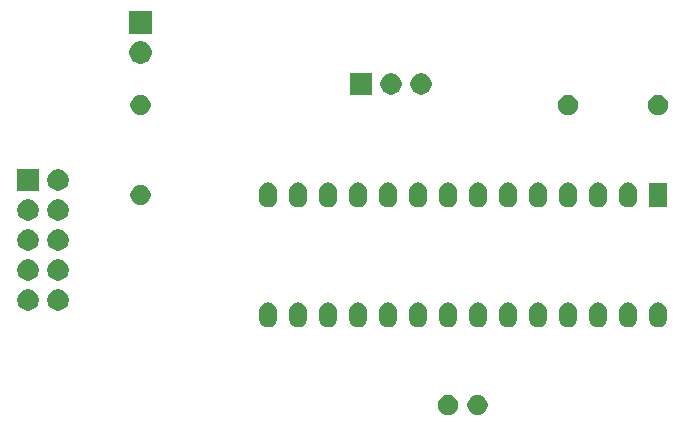
<source format=gbr>
%TF.GenerationSoftware,KiCad,Pcbnew,5.1.6-c6e7f7d~86~ubuntu18.04.1*%
%TF.CreationDate,2020-05-25T18:44:13+02:00*%
%TF.ProjectId,atmega_prog_adapter_v3,61746d65-6761-45f7-9072-6f675f616461,1.0*%
%TF.SameCoordinates,PX59a0560PY76b1be0*%
%TF.FileFunction,Soldermask,Top*%
%TF.FilePolarity,Negative*%
%FSLAX46Y46*%
G04 Gerber Fmt 4.6, Leading zero omitted, Abs format (unit mm)*
G04 Created by KiCad (PCBNEW 5.1.6-c6e7f7d~86~ubuntu18.04.1) date 2020-05-25 18:44:13*
%MOMM*%
%LPD*%
G01*
G04 APERTURE LIST*
%ADD10C,0.150000*%
G04 APERTURE END LIST*
D10*
G36*
X45928228Y5898297D02*
G01*
X46083100Y5834147D01*
X46222481Y5741015D01*
X46341015Y5622481D01*
X46434147Y5483100D01*
X46498297Y5328228D01*
X46531000Y5163816D01*
X46531000Y4996184D01*
X46498297Y4831772D01*
X46434147Y4676900D01*
X46341015Y4537519D01*
X46222481Y4418985D01*
X46083100Y4325853D01*
X45928228Y4261703D01*
X45763816Y4229000D01*
X45596184Y4229000D01*
X45431772Y4261703D01*
X45276900Y4325853D01*
X45137519Y4418985D01*
X45018985Y4537519D01*
X44925853Y4676900D01*
X44861703Y4831772D01*
X44829000Y4996184D01*
X44829000Y5163816D01*
X44861703Y5328228D01*
X44925853Y5483100D01*
X45018985Y5622481D01*
X45137519Y5741015D01*
X45276900Y5834147D01*
X45431772Y5898297D01*
X45596184Y5931000D01*
X45763816Y5931000D01*
X45928228Y5898297D01*
G37*
G36*
X43428228Y5898297D02*
G01*
X43583100Y5834147D01*
X43722481Y5741015D01*
X43841015Y5622481D01*
X43934147Y5483100D01*
X43998297Y5328228D01*
X44031000Y5163816D01*
X44031000Y4996184D01*
X43998297Y4831772D01*
X43934147Y4676900D01*
X43841015Y4537519D01*
X43722481Y4418985D01*
X43583100Y4325853D01*
X43428228Y4261703D01*
X43263816Y4229000D01*
X43096184Y4229000D01*
X42931772Y4261703D01*
X42776900Y4325853D01*
X42637519Y4418985D01*
X42518985Y4537519D01*
X42425853Y4676900D01*
X42361703Y4831772D01*
X42329000Y4996184D01*
X42329000Y5163816D01*
X42361703Y5328228D01*
X42425853Y5483100D01*
X42518985Y5622481D01*
X42637519Y5741015D01*
X42776900Y5834147D01*
X42931772Y5898297D01*
X43096184Y5931000D01*
X43263816Y5931000D01*
X43428228Y5898297D01*
G37*
G36*
X33171142Y13739844D02*
G01*
X33316476Y13695757D01*
X33316479Y13695756D01*
X33450416Y13624165D01*
X33567817Y13527817D01*
X33664165Y13410416D01*
X33735756Y13276479D01*
X33735757Y13276476D01*
X33779844Y13131142D01*
X33791000Y13017872D01*
X33791000Y12382128D01*
X33779844Y12268858D01*
X33735757Y12123525D01*
X33735756Y12123521D01*
X33664165Y11989584D01*
X33664164Y11989583D01*
X33567817Y11872183D01*
X33468268Y11790486D01*
X33450415Y11775835D01*
X33316478Y11704244D01*
X33316475Y11704243D01*
X33171141Y11660156D01*
X33020000Y11645270D01*
X32868858Y11660156D01*
X32723524Y11704243D01*
X32723521Y11704244D01*
X32589584Y11775835D01*
X32568531Y11793113D01*
X32472183Y11872183D01*
X32375836Y11989584D01*
X32304245Y12123521D01*
X32304244Y12123522D01*
X32304243Y12123525D01*
X32260156Y12268859D01*
X32249000Y12382129D01*
X32249000Y13017872D01*
X32260156Y13131142D01*
X32289547Y13228031D01*
X32304243Y13276477D01*
X32375837Y13410418D01*
X32472184Y13527817D01*
X32589585Y13624165D01*
X32723522Y13695756D01*
X32723525Y13695757D01*
X32868859Y13739844D01*
X33020000Y13754730D01*
X33171142Y13739844D01*
G37*
G36*
X38251142Y13739844D02*
G01*
X38396476Y13695757D01*
X38396479Y13695756D01*
X38530416Y13624165D01*
X38647817Y13527817D01*
X38744165Y13410416D01*
X38815756Y13276479D01*
X38815757Y13276476D01*
X38859844Y13131142D01*
X38871000Y13017872D01*
X38871000Y12382128D01*
X38859844Y12268858D01*
X38815757Y12123525D01*
X38815756Y12123521D01*
X38744165Y11989584D01*
X38744164Y11989583D01*
X38647817Y11872183D01*
X38548268Y11790486D01*
X38530415Y11775835D01*
X38396478Y11704244D01*
X38396475Y11704243D01*
X38251141Y11660156D01*
X38100000Y11645270D01*
X37948858Y11660156D01*
X37803524Y11704243D01*
X37803521Y11704244D01*
X37669584Y11775835D01*
X37648531Y11793113D01*
X37552183Y11872183D01*
X37455836Y11989584D01*
X37384245Y12123521D01*
X37384244Y12123522D01*
X37384243Y12123525D01*
X37340156Y12268859D01*
X37329000Y12382129D01*
X37329000Y13017872D01*
X37340156Y13131142D01*
X37369547Y13228031D01*
X37384243Y13276477D01*
X37455837Y13410418D01*
X37552184Y13527817D01*
X37669585Y13624165D01*
X37803522Y13695756D01*
X37803525Y13695757D01*
X37948859Y13739844D01*
X38100000Y13754730D01*
X38251142Y13739844D01*
G37*
G36*
X40791142Y13739844D02*
G01*
X40936476Y13695757D01*
X40936479Y13695756D01*
X41070416Y13624165D01*
X41187817Y13527817D01*
X41284165Y13410416D01*
X41355756Y13276479D01*
X41355757Y13276476D01*
X41399844Y13131142D01*
X41411000Y13017872D01*
X41411000Y12382128D01*
X41399844Y12268858D01*
X41355757Y12123525D01*
X41355756Y12123521D01*
X41284165Y11989584D01*
X41284164Y11989583D01*
X41187817Y11872183D01*
X41088268Y11790486D01*
X41070415Y11775835D01*
X40936478Y11704244D01*
X40936475Y11704243D01*
X40791141Y11660156D01*
X40640000Y11645270D01*
X40488858Y11660156D01*
X40343524Y11704243D01*
X40343521Y11704244D01*
X40209584Y11775835D01*
X40188531Y11793113D01*
X40092183Y11872183D01*
X39995836Y11989584D01*
X39924245Y12123521D01*
X39924244Y12123522D01*
X39924243Y12123525D01*
X39880156Y12268859D01*
X39869000Y12382129D01*
X39869000Y13017872D01*
X39880156Y13131142D01*
X39909547Y13228031D01*
X39924243Y13276477D01*
X39995837Y13410418D01*
X40092184Y13527817D01*
X40209585Y13624165D01*
X40343522Y13695756D01*
X40343525Y13695757D01*
X40488859Y13739844D01*
X40640000Y13754730D01*
X40791142Y13739844D01*
G37*
G36*
X43331142Y13739844D02*
G01*
X43476476Y13695757D01*
X43476479Y13695756D01*
X43610416Y13624165D01*
X43727817Y13527817D01*
X43824165Y13410416D01*
X43895756Y13276479D01*
X43895757Y13276476D01*
X43939844Y13131142D01*
X43951000Y13017872D01*
X43951000Y12382128D01*
X43939844Y12268858D01*
X43895757Y12123525D01*
X43895756Y12123521D01*
X43824165Y11989584D01*
X43824164Y11989583D01*
X43727817Y11872183D01*
X43628268Y11790486D01*
X43610415Y11775835D01*
X43476478Y11704244D01*
X43476475Y11704243D01*
X43331141Y11660156D01*
X43180000Y11645270D01*
X43028858Y11660156D01*
X42883524Y11704243D01*
X42883521Y11704244D01*
X42749584Y11775835D01*
X42728531Y11793113D01*
X42632183Y11872183D01*
X42535836Y11989584D01*
X42464245Y12123521D01*
X42464244Y12123522D01*
X42464243Y12123525D01*
X42420156Y12268859D01*
X42409000Y12382129D01*
X42409000Y13017872D01*
X42420156Y13131142D01*
X42449547Y13228031D01*
X42464243Y13276477D01*
X42535837Y13410418D01*
X42632184Y13527817D01*
X42749585Y13624165D01*
X42883522Y13695756D01*
X42883525Y13695757D01*
X43028859Y13739844D01*
X43180000Y13754730D01*
X43331142Y13739844D01*
G37*
G36*
X35711142Y13739844D02*
G01*
X35856476Y13695757D01*
X35856479Y13695756D01*
X35990416Y13624165D01*
X36107817Y13527817D01*
X36204165Y13410416D01*
X36275756Y13276479D01*
X36275757Y13276476D01*
X36319844Y13131142D01*
X36331000Y13017872D01*
X36331000Y12382128D01*
X36319844Y12268858D01*
X36275757Y12123525D01*
X36275756Y12123521D01*
X36204165Y11989584D01*
X36204164Y11989583D01*
X36107817Y11872183D01*
X36008268Y11790486D01*
X35990415Y11775835D01*
X35856478Y11704244D01*
X35856475Y11704243D01*
X35711141Y11660156D01*
X35560000Y11645270D01*
X35408858Y11660156D01*
X35263524Y11704243D01*
X35263521Y11704244D01*
X35129584Y11775835D01*
X35108531Y11793113D01*
X35012183Y11872183D01*
X34915836Y11989584D01*
X34844245Y12123521D01*
X34844244Y12123522D01*
X34844243Y12123525D01*
X34800156Y12268859D01*
X34789000Y12382129D01*
X34789000Y13017872D01*
X34800156Y13131142D01*
X34829547Y13228031D01*
X34844243Y13276477D01*
X34915837Y13410418D01*
X35012184Y13527817D01*
X35129585Y13624165D01*
X35263522Y13695756D01*
X35263525Y13695757D01*
X35408859Y13739844D01*
X35560000Y13754730D01*
X35711142Y13739844D01*
G37*
G36*
X45871142Y13739844D02*
G01*
X46016476Y13695757D01*
X46016479Y13695756D01*
X46150416Y13624165D01*
X46267817Y13527817D01*
X46364165Y13410416D01*
X46435756Y13276479D01*
X46435757Y13276476D01*
X46479844Y13131142D01*
X46491000Y13017872D01*
X46491000Y12382128D01*
X46479844Y12268858D01*
X46435757Y12123525D01*
X46435756Y12123521D01*
X46364165Y11989584D01*
X46364164Y11989583D01*
X46267817Y11872183D01*
X46168268Y11790486D01*
X46150415Y11775835D01*
X46016478Y11704244D01*
X46016475Y11704243D01*
X45871141Y11660156D01*
X45720000Y11645270D01*
X45568858Y11660156D01*
X45423524Y11704243D01*
X45423521Y11704244D01*
X45289584Y11775835D01*
X45268531Y11793113D01*
X45172183Y11872183D01*
X45075836Y11989584D01*
X45004245Y12123521D01*
X45004244Y12123522D01*
X45004243Y12123525D01*
X44960156Y12268859D01*
X44949000Y12382129D01*
X44949000Y13017872D01*
X44960156Y13131142D01*
X44989547Y13228031D01*
X45004243Y13276477D01*
X45075837Y13410418D01*
X45172184Y13527817D01*
X45289585Y13624165D01*
X45423522Y13695756D01*
X45423525Y13695757D01*
X45568859Y13739844D01*
X45720000Y13754730D01*
X45871142Y13739844D01*
G37*
G36*
X48411142Y13739844D02*
G01*
X48556476Y13695757D01*
X48556479Y13695756D01*
X48690416Y13624165D01*
X48807817Y13527817D01*
X48904165Y13410416D01*
X48975756Y13276479D01*
X48975757Y13276476D01*
X49019844Y13131142D01*
X49031000Y13017872D01*
X49031000Y12382128D01*
X49019844Y12268858D01*
X48975757Y12123525D01*
X48975756Y12123521D01*
X48904165Y11989584D01*
X48904164Y11989583D01*
X48807817Y11872183D01*
X48708268Y11790486D01*
X48690415Y11775835D01*
X48556478Y11704244D01*
X48556475Y11704243D01*
X48411141Y11660156D01*
X48260000Y11645270D01*
X48108858Y11660156D01*
X47963524Y11704243D01*
X47963521Y11704244D01*
X47829584Y11775835D01*
X47808531Y11793113D01*
X47712183Y11872183D01*
X47615836Y11989584D01*
X47544245Y12123521D01*
X47544244Y12123522D01*
X47544243Y12123525D01*
X47500156Y12268859D01*
X47489000Y12382129D01*
X47489000Y13017872D01*
X47500156Y13131142D01*
X47529547Y13228031D01*
X47544243Y13276477D01*
X47615837Y13410418D01*
X47712184Y13527817D01*
X47829585Y13624165D01*
X47963522Y13695756D01*
X47963525Y13695757D01*
X48108859Y13739844D01*
X48260000Y13754730D01*
X48411142Y13739844D01*
G37*
G36*
X53491142Y13739844D02*
G01*
X53636476Y13695757D01*
X53636479Y13695756D01*
X53770416Y13624165D01*
X53887817Y13527817D01*
X53984165Y13410416D01*
X54055756Y13276479D01*
X54055757Y13276476D01*
X54099844Y13131142D01*
X54111000Y13017872D01*
X54111000Y12382128D01*
X54099844Y12268858D01*
X54055757Y12123525D01*
X54055756Y12123521D01*
X53984165Y11989584D01*
X53984164Y11989583D01*
X53887817Y11872183D01*
X53788268Y11790486D01*
X53770415Y11775835D01*
X53636478Y11704244D01*
X53636475Y11704243D01*
X53491141Y11660156D01*
X53340000Y11645270D01*
X53188858Y11660156D01*
X53043524Y11704243D01*
X53043521Y11704244D01*
X52909584Y11775835D01*
X52888531Y11793113D01*
X52792183Y11872183D01*
X52695836Y11989584D01*
X52624245Y12123521D01*
X52624244Y12123522D01*
X52624243Y12123525D01*
X52580156Y12268859D01*
X52569000Y12382129D01*
X52569000Y13017872D01*
X52580156Y13131142D01*
X52609547Y13228031D01*
X52624243Y13276477D01*
X52695837Y13410418D01*
X52792184Y13527817D01*
X52909585Y13624165D01*
X53043522Y13695756D01*
X53043525Y13695757D01*
X53188859Y13739844D01*
X53340000Y13754730D01*
X53491142Y13739844D01*
G37*
G36*
X56031142Y13739844D02*
G01*
X56176476Y13695757D01*
X56176479Y13695756D01*
X56310416Y13624165D01*
X56427817Y13527817D01*
X56524165Y13410416D01*
X56595756Y13276479D01*
X56595757Y13276476D01*
X56639844Y13131142D01*
X56651000Y13017872D01*
X56651000Y12382128D01*
X56639844Y12268858D01*
X56595757Y12123525D01*
X56595756Y12123521D01*
X56524165Y11989584D01*
X56524164Y11989583D01*
X56427817Y11872183D01*
X56328268Y11790486D01*
X56310415Y11775835D01*
X56176478Y11704244D01*
X56176475Y11704243D01*
X56031141Y11660156D01*
X55880000Y11645270D01*
X55728858Y11660156D01*
X55583524Y11704243D01*
X55583521Y11704244D01*
X55449584Y11775835D01*
X55428531Y11793113D01*
X55332183Y11872183D01*
X55235836Y11989584D01*
X55164245Y12123521D01*
X55164244Y12123522D01*
X55164243Y12123525D01*
X55120156Y12268859D01*
X55109000Y12382129D01*
X55109000Y13017872D01*
X55120156Y13131142D01*
X55149547Y13228031D01*
X55164243Y13276477D01*
X55235837Y13410418D01*
X55332184Y13527817D01*
X55449585Y13624165D01*
X55583522Y13695756D01*
X55583525Y13695757D01*
X55728859Y13739844D01*
X55880000Y13754730D01*
X56031142Y13739844D01*
G37*
G36*
X58571142Y13739844D02*
G01*
X58716476Y13695757D01*
X58716479Y13695756D01*
X58850416Y13624165D01*
X58967817Y13527817D01*
X59064165Y13410416D01*
X59135756Y13276479D01*
X59135757Y13276476D01*
X59179844Y13131142D01*
X59191000Y13017872D01*
X59191000Y12382128D01*
X59179844Y12268858D01*
X59135757Y12123525D01*
X59135756Y12123521D01*
X59064165Y11989584D01*
X59064164Y11989583D01*
X58967817Y11872183D01*
X58868268Y11790486D01*
X58850415Y11775835D01*
X58716478Y11704244D01*
X58716475Y11704243D01*
X58571141Y11660156D01*
X58420000Y11645270D01*
X58268858Y11660156D01*
X58123524Y11704243D01*
X58123521Y11704244D01*
X57989584Y11775835D01*
X57968531Y11793113D01*
X57872183Y11872183D01*
X57775836Y11989584D01*
X57704245Y12123521D01*
X57704244Y12123522D01*
X57704243Y12123525D01*
X57660156Y12268859D01*
X57649000Y12382129D01*
X57649000Y13017872D01*
X57660156Y13131142D01*
X57689547Y13228031D01*
X57704243Y13276477D01*
X57775837Y13410418D01*
X57872184Y13527817D01*
X57989585Y13624165D01*
X58123522Y13695756D01*
X58123525Y13695757D01*
X58268859Y13739844D01*
X58420000Y13754730D01*
X58571142Y13739844D01*
G37*
G36*
X61111142Y13739844D02*
G01*
X61256476Y13695757D01*
X61256479Y13695756D01*
X61390416Y13624165D01*
X61507817Y13527817D01*
X61604165Y13410416D01*
X61675756Y13276479D01*
X61675757Y13276476D01*
X61719844Y13131142D01*
X61731000Y13017872D01*
X61731000Y12382128D01*
X61719844Y12268858D01*
X61675757Y12123525D01*
X61675756Y12123521D01*
X61604165Y11989584D01*
X61604164Y11989583D01*
X61507817Y11872183D01*
X61408268Y11790486D01*
X61390415Y11775835D01*
X61256478Y11704244D01*
X61256475Y11704243D01*
X61111141Y11660156D01*
X60960000Y11645270D01*
X60808858Y11660156D01*
X60663524Y11704243D01*
X60663521Y11704244D01*
X60529584Y11775835D01*
X60508531Y11793113D01*
X60412183Y11872183D01*
X60315836Y11989584D01*
X60244245Y12123521D01*
X60244244Y12123522D01*
X60244243Y12123525D01*
X60200156Y12268859D01*
X60189000Y12382129D01*
X60189000Y13017872D01*
X60200156Y13131142D01*
X60229547Y13228031D01*
X60244243Y13276477D01*
X60315837Y13410418D01*
X60412184Y13527817D01*
X60529585Y13624165D01*
X60663522Y13695756D01*
X60663525Y13695757D01*
X60808859Y13739844D01*
X60960000Y13754730D01*
X61111142Y13739844D01*
G37*
G36*
X30631142Y13739844D02*
G01*
X30776476Y13695757D01*
X30776479Y13695756D01*
X30910416Y13624165D01*
X31027817Y13527817D01*
X31124165Y13410416D01*
X31195756Y13276479D01*
X31195757Y13276476D01*
X31239844Y13131142D01*
X31251000Y13017872D01*
X31251000Y12382128D01*
X31239844Y12268858D01*
X31195757Y12123525D01*
X31195756Y12123521D01*
X31124165Y11989584D01*
X31124164Y11989583D01*
X31027817Y11872183D01*
X30928268Y11790486D01*
X30910415Y11775835D01*
X30776478Y11704244D01*
X30776475Y11704243D01*
X30631141Y11660156D01*
X30480000Y11645270D01*
X30328858Y11660156D01*
X30183524Y11704243D01*
X30183521Y11704244D01*
X30049584Y11775835D01*
X30028531Y11793113D01*
X29932183Y11872183D01*
X29835836Y11989584D01*
X29764245Y12123521D01*
X29764244Y12123522D01*
X29764243Y12123525D01*
X29720156Y12268859D01*
X29709000Y12382129D01*
X29709000Y13017872D01*
X29720156Y13131142D01*
X29749547Y13228031D01*
X29764243Y13276477D01*
X29835837Y13410418D01*
X29932184Y13527817D01*
X30049585Y13624165D01*
X30183522Y13695756D01*
X30183525Y13695757D01*
X30328859Y13739844D01*
X30480000Y13754730D01*
X30631142Y13739844D01*
G37*
G36*
X28091142Y13739844D02*
G01*
X28236476Y13695757D01*
X28236479Y13695756D01*
X28370416Y13624165D01*
X28487817Y13527817D01*
X28584165Y13410416D01*
X28655756Y13276479D01*
X28655757Y13276476D01*
X28699844Y13131142D01*
X28711000Y13017872D01*
X28711000Y12382128D01*
X28699844Y12268858D01*
X28655757Y12123525D01*
X28655756Y12123521D01*
X28584165Y11989584D01*
X28584164Y11989583D01*
X28487817Y11872183D01*
X28388268Y11790486D01*
X28370415Y11775835D01*
X28236478Y11704244D01*
X28236475Y11704243D01*
X28091141Y11660156D01*
X27940000Y11645270D01*
X27788858Y11660156D01*
X27643524Y11704243D01*
X27643521Y11704244D01*
X27509584Y11775835D01*
X27488531Y11793113D01*
X27392183Y11872183D01*
X27295836Y11989584D01*
X27224245Y12123521D01*
X27224244Y12123522D01*
X27224243Y12123525D01*
X27180156Y12268859D01*
X27169000Y12382129D01*
X27169000Y13017872D01*
X27180156Y13131142D01*
X27209547Y13228031D01*
X27224243Y13276477D01*
X27295837Y13410418D01*
X27392184Y13527817D01*
X27509585Y13624165D01*
X27643522Y13695756D01*
X27643525Y13695757D01*
X27788859Y13739844D01*
X27940000Y13754730D01*
X28091142Y13739844D01*
G37*
G36*
X50951142Y13739844D02*
G01*
X51096476Y13695757D01*
X51096479Y13695756D01*
X51230416Y13624165D01*
X51347817Y13527817D01*
X51444165Y13410416D01*
X51515756Y13276479D01*
X51515757Y13276476D01*
X51559844Y13131142D01*
X51571000Y13017872D01*
X51571000Y12382128D01*
X51559844Y12268858D01*
X51515757Y12123525D01*
X51515756Y12123521D01*
X51444165Y11989584D01*
X51444164Y11989583D01*
X51347817Y11872183D01*
X51248268Y11790486D01*
X51230415Y11775835D01*
X51096478Y11704244D01*
X51096475Y11704243D01*
X50951141Y11660156D01*
X50800000Y11645270D01*
X50648858Y11660156D01*
X50503524Y11704243D01*
X50503521Y11704244D01*
X50369584Y11775835D01*
X50348531Y11793113D01*
X50252183Y11872183D01*
X50155836Y11989584D01*
X50084245Y12123521D01*
X50084244Y12123522D01*
X50084243Y12123525D01*
X50040156Y12268859D01*
X50029000Y12382129D01*
X50029000Y13017872D01*
X50040156Y13131142D01*
X50069547Y13228031D01*
X50084243Y13276477D01*
X50155837Y13410418D01*
X50252184Y13527817D01*
X50369585Y13624165D01*
X50503522Y13695756D01*
X50503525Y13695757D01*
X50648859Y13739844D01*
X50800000Y13754730D01*
X50951142Y13739844D01*
G37*
G36*
X7886778Y14849453D02*
G01*
X8053224Y14780509D01*
X8203022Y14680417D01*
X8330417Y14553022D01*
X8430509Y14403224D01*
X8499453Y14236778D01*
X8534600Y14060082D01*
X8534600Y13879918D01*
X8499453Y13703222D01*
X8430509Y13536776D01*
X8330417Y13386978D01*
X8203022Y13259583D01*
X8053224Y13159491D01*
X7886778Y13090547D01*
X7710082Y13055400D01*
X7529918Y13055400D01*
X7353222Y13090547D01*
X7186776Y13159491D01*
X7036978Y13259583D01*
X6909583Y13386978D01*
X6809491Y13536776D01*
X6740547Y13703222D01*
X6705400Y13879918D01*
X6705400Y14060082D01*
X6740547Y14236778D01*
X6809491Y14403224D01*
X6909583Y14553022D01*
X7036978Y14680417D01*
X7186776Y14780509D01*
X7353222Y14849453D01*
X7529918Y14884600D01*
X7710082Y14884600D01*
X7886778Y14849453D01*
G37*
G36*
X10426778Y14849453D02*
G01*
X10593224Y14780509D01*
X10743022Y14680417D01*
X10870417Y14553022D01*
X10970509Y14403224D01*
X11039453Y14236778D01*
X11074600Y14060082D01*
X11074600Y13879918D01*
X11039453Y13703222D01*
X10970509Y13536776D01*
X10870417Y13386978D01*
X10743022Y13259583D01*
X10593224Y13159491D01*
X10426778Y13090547D01*
X10250082Y13055400D01*
X10069918Y13055400D01*
X9893222Y13090547D01*
X9726776Y13159491D01*
X9576978Y13259583D01*
X9449583Y13386978D01*
X9349491Y13536776D01*
X9280547Y13703222D01*
X9245400Y13879918D01*
X9245400Y14060082D01*
X9280547Y14236778D01*
X9349491Y14403224D01*
X9449583Y14553022D01*
X9576978Y14680417D01*
X9726776Y14780509D01*
X9893222Y14849453D01*
X10069918Y14884600D01*
X10250082Y14884600D01*
X10426778Y14849453D01*
G37*
G36*
X10426778Y17389453D02*
G01*
X10593224Y17320509D01*
X10743022Y17220417D01*
X10870417Y17093022D01*
X10970509Y16943224D01*
X11039453Y16776778D01*
X11074600Y16600082D01*
X11074600Y16419918D01*
X11039453Y16243222D01*
X10970509Y16076776D01*
X10870417Y15926978D01*
X10743022Y15799583D01*
X10593224Y15699491D01*
X10426778Y15630547D01*
X10250082Y15595400D01*
X10069918Y15595400D01*
X9893222Y15630547D01*
X9726776Y15699491D01*
X9576978Y15799583D01*
X9449583Y15926978D01*
X9349491Y16076776D01*
X9280547Y16243222D01*
X9245400Y16419918D01*
X9245400Y16600082D01*
X9280547Y16776778D01*
X9349491Y16943224D01*
X9449583Y17093022D01*
X9576978Y17220417D01*
X9726776Y17320509D01*
X9893222Y17389453D01*
X10069918Y17424600D01*
X10250082Y17424600D01*
X10426778Y17389453D01*
G37*
G36*
X7886778Y17389453D02*
G01*
X8053224Y17320509D01*
X8203022Y17220417D01*
X8330417Y17093022D01*
X8430509Y16943224D01*
X8499453Y16776778D01*
X8534600Y16600082D01*
X8534600Y16419918D01*
X8499453Y16243222D01*
X8430509Y16076776D01*
X8330417Y15926978D01*
X8203022Y15799583D01*
X8053224Y15699491D01*
X7886778Y15630547D01*
X7710082Y15595400D01*
X7529918Y15595400D01*
X7353222Y15630547D01*
X7186776Y15699491D01*
X7036978Y15799583D01*
X6909583Y15926978D01*
X6809491Y16076776D01*
X6740547Y16243222D01*
X6705400Y16419918D01*
X6705400Y16600082D01*
X6740547Y16776778D01*
X6809491Y16943224D01*
X6909583Y17093022D01*
X7036978Y17220417D01*
X7186776Y17320509D01*
X7353222Y17389453D01*
X7529918Y17424600D01*
X7710082Y17424600D01*
X7886778Y17389453D01*
G37*
G36*
X10426778Y19929453D02*
G01*
X10593224Y19860509D01*
X10743022Y19760417D01*
X10870417Y19633022D01*
X10970509Y19483224D01*
X11039453Y19316778D01*
X11074600Y19140082D01*
X11074600Y18959918D01*
X11039453Y18783222D01*
X10970509Y18616776D01*
X10870417Y18466978D01*
X10743022Y18339583D01*
X10593224Y18239491D01*
X10426778Y18170547D01*
X10250082Y18135400D01*
X10069918Y18135400D01*
X9893222Y18170547D01*
X9726776Y18239491D01*
X9576978Y18339583D01*
X9449583Y18466978D01*
X9349491Y18616776D01*
X9280547Y18783222D01*
X9245400Y18959918D01*
X9245400Y19140082D01*
X9280547Y19316778D01*
X9349491Y19483224D01*
X9449583Y19633022D01*
X9576978Y19760417D01*
X9726776Y19860509D01*
X9893222Y19929453D01*
X10069918Y19964600D01*
X10250082Y19964600D01*
X10426778Y19929453D01*
G37*
G36*
X7886778Y19929453D02*
G01*
X8053224Y19860509D01*
X8203022Y19760417D01*
X8330417Y19633022D01*
X8430509Y19483224D01*
X8499453Y19316778D01*
X8534600Y19140082D01*
X8534600Y18959918D01*
X8499453Y18783222D01*
X8430509Y18616776D01*
X8330417Y18466978D01*
X8203022Y18339583D01*
X8053224Y18239491D01*
X7886778Y18170547D01*
X7710082Y18135400D01*
X7529918Y18135400D01*
X7353222Y18170547D01*
X7186776Y18239491D01*
X7036978Y18339583D01*
X6909583Y18466978D01*
X6809491Y18616776D01*
X6740547Y18783222D01*
X6705400Y18959918D01*
X6705400Y19140082D01*
X6740547Y19316778D01*
X6809491Y19483224D01*
X6909583Y19633022D01*
X7036978Y19760417D01*
X7186776Y19860509D01*
X7353222Y19929453D01*
X7529918Y19964600D01*
X7710082Y19964600D01*
X7886778Y19929453D01*
G37*
G36*
X10426778Y22469453D02*
G01*
X10593224Y22400509D01*
X10743022Y22300417D01*
X10870417Y22173022D01*
X10970509Y22023224D01*
X11039453Y21856778D01*
X11074600Y21680082D01*
X11074600Y21499918D01*
X11039453Y21323222D01*
X10970509Y21156776D01*
X10870417Y21006978D01*
X10743022Y20879583D01*
X10593224Y20779491D01*
X10426778Y20710547D01*
X10250082Y20675400D01*
X10069918Y20675400D01*
X9893222Y20710547D01*
X9726776Y20779491D01*
X9576978Y20879583D01*
X9449583Y21006978D01*
X9349491Y21156776D01*
X9280547Y21323222D01*
X9245400Y21499918D01*
X9245400Y21680082D01*
X9280547Y21856778D01*
X9349491Y22023224D01*
X9449583Y22173022D01*
X9576978Y22300417D01*
X9726776Y22400509D01*
X9893222Y22469453D01*
X10069918Y22504600D01*
X10250082Y22504600D01*
X10426778Y22469453D01*
G37*
G36*
X7886778Y22469453D02*
G01*
X8053224Y22400509D01*
X8203022Y22300417D01*
X8330417Y22173022D01*
X8430509Y22023224D01*
X8499453Y21856778D01*
X8534600Y21680082D01*
X8534600Y21499918D01*
X8499453Y21323222D01*
X8430509Y21156776D01*
X8330417Y21006978D01*
X8203022Y20879583D01*
X8053224Y20779491D01*
X7886778Y20710547D01*
X7710082Y20675400D01*
X7529918Y20675400D01*
X7353222Y20710547D01*
X7186776Y20779491D01*
X7036978Y20879583D01*
X6909583Y21006978D01*
X6809491Y21156776D01*
X6740547Y21323222D01*
X6705400Y21499918D01*
X6705400Y21680082D01*
X6740547Y21856778D01*
X6809491Y22023224D01*
X6909583Y22173022D01*
X7036978Y22300417D01*
X7186776Y22400509D01*
X7353222Y22469453D01*
X7529918Y22504600D01*
X7710082Y22504600D01*
X7886778Y22469453D01*
G37*
G36*
X38251142Y23899844D02*
G01*
X38396476Y23855757D01*
X38396479Y23855756D01*
X38530416Y23784165D01*
X38647817Y23687817D01*
X38744165Y23570416D01*
X38815756Y23436479D01*
X38815757Y23436476D01*
X38859844Y23291142D01*
X38871000Y23177872D01*
X38871000Y22542128D01*
X38859844Y22428858D01*
X38826069Y22317519D01*
X38815756Y22283521D01*
X38744165Y22149584D01*
X38744164Y22149583D01*
X38647817Y22032183D01*
X38548268Y21950486D01*
X38530415Y21935835D01*
X38396478Y21864244D01*
X38396475Y21864243D01*
X38251141Y21820156D01*
X38100000Y21805270D01*
X37948858Y21820156D01*
X37803524Y21864243D01*
X37803521Y21864244D01*
X37669584Y21935835D01*
X37580432Y22009000D01*
X37552183Y22032183D01*
X37455836Y22149584D01*
X37443308Y22173022D01*
X37384244Y22283522D01*
X37373931Y22317520D01*
X37340156Y22428859D01*
X37329000Y22542129D01*
X37329000Y23177872D01*
X37340156Y23291142D01*
X37373931Y23402481D01*
X37384243Y23436477D01*
X37455837Y23570418D01*
X37552184Y23687817D01*
X37669585Y23784165D01*
X37803522Y23855756D01*
X37803525Y23855757D01*
X37948859Y23899844D01*
X38100000Y23914730D01*
X38251142Y23899844D01*
G37*
G36*
X43331142Y23899844D02*
G01*
X43476476Y23855757D01*
X43476479Y23855756D01*
X43610416Y23784165D01*
X43727817Y23687817D01*
X43824165Y23570416D01*
X43895756Y23436479D01*
X43895757Y23436476D01*
X43939844Y23291142D01*
X43951000Y23177872D01*
X43951000Y22542128D01*
X43939844Y22428858D01*
X43906069Y22317519D01*
X43895756Y22283521D01*
X43824165Y22149584D01*
X43824164Y22149583D01*
X43727817Y22032183D01*
X43628268Y21950486D01*
X43610415Y21935835D01*
X43476478Y21864244D01*
X43476475Y21864243D01*
X43331141Y21820156D01*
X43180000Y21805270D01*
X43028858Y21820156D01*
X42883524Y21864243D01*
X42883521Y21864244D01*
X42749584Y21935835D01*
X42660432Y22009000D01*
X42632183Y22032183D01*
X42535836Y22149584D01*
X42523308Y22173022D01*
X42464244Y22283522D01*
X42453931Y22317520D01*
X42420156Y22428859D01*
X42409000Y22542129D01*
X42409000Y23177872D01*
X42420156Y23291142D01*
X42453931Y23402481D01*
X42464243Y23436477D01*
X42535837Y23570418D01*
X42632184Y23687817D01*
X42749585Y23784165D01*
X42883522Y23855756D01*
X42883525Y23855757D01*
X43028859Y23899844D01*
X43180000Y23914730D01*
X43331142Y23899844D01*
G37*
G36*
X40791142Y23899844D02*
G01*
X40936476Y23855757D01*
X40936479Y23855756D01*
X41070416Y23784165D01*
X41187817Y23687817D01*
X41284165Y23570416D01*
X41355756Y23436479D01*
X41355757Y23436476D01*
X41399844Y23291142D01*
X41411000Y23177872D01*
X41411000Y22542128D01*
X41399844Y22428858D01*
X41366069Y22317519D01*
X41355756Y22283521D01*
X41284165Y22149584D01*
X41284164Y22149583D01*
X41187817Y22032183D01*
X41088268Y21950486D01*
X41070415Y21935835D01*
X40936478Y21864244D01*
X40936475Y21864243D01*
X40791141Y21820156D01*
X40640000Y21805270D01*
X40488858Y21820156D01*
X40343524Y21864243D01*
X40343521Y21864244D01*
X40209584Y21935835D01*
X40120432Y22009000D01*
X40092183Y22032183D01*
X39995836Y22149584D01*
X39983308Y22173022D01*
X39924244Y22283522D01*
X39913931Y22317520D01*
X39880156Y22428859D01*
X39869000Y22542129D01*
X39869000Y23177872D01*
X39880156Y23291142D01*
X39913931Y23402481D01*
X39924243Y23436477D01*
X39995837Y23570418D01*
X40092184Y23687817D01*
X40209585Y23784165D01*
X40343522Y23855756D01*
X40343525Y23855757D01*
X40488859Y23899844D01*
X40640000Y23914730D01*
X40791142Y23899844D01*
G37*
G36*
X58571142Y23899844D02*
G01*
X58716476Y23855757D01*
X58716479Y23855756D01*
X58850416Y23784165D01*
X58967817Y23687817D01*
X59064165Y23570416D01*
X59135756Y23436479D01*
X59135757Y23436476D01*
X59179844Y23291142D01*
X59191000Y23177872D01*
X59191000Y22542128D01*
X59179844Y22428858D01*
X59146069Y22317519D01*
X59135756Y22283521D01*
X59064165Y22149584D01*
X59064164Y22149583D01*
X58967817Y22032183D01*
X58868268Y21950486D01*
X58850415Y21935835D01*
X58716478Y21864244D01*
X58716475Y21864243D01*
X58571141Y21820156D01*
X58420000Y21805270D01*
X58268858Y21820156D01*
X58123524Y21864243D01*
X58123521Y21864244D01*
X57989584Y21935835D01*
X57900432Y22009000D01*
X57872183Y22032183D01*
X57775836Y22149584D01*
X57763308Y22173022D01*
X57704244Y22283522D01*
X57693931Y22317520D01*
X57660156Y22428859D01*
X57649000Y22542129D01*
X57649000Y23177872D01*
X57660156Y23291142D01*
X57693931Y23402481D01*
X57704243Y23436477D01*
X57775837Y23570418D01*
X57872184Y23687817D01*
X57989585Y23784165D01*
X58123522Y23855756D01*
X58123525Y23855757D01*
X58268859Y23899844D01*
X58420000Y23914730D01*
X58571142Y23899844D01*
G37*
G36*
X56031142Y23899844D02*
G01*
X56176476Y23855757D01*
X56176479Y23855756D01*
X56310416Y23784165D01*
X56427817Y23687817D01*
X56524165Y23570416D01*
X56595756Y23436479D01*
X56595757Y23436476D01*
X56639844Y23291142D01*
X56651000Y23177872D01*
X56651000Y22542128D01*
X56639844Y22428858D01*
X56606069Y22317519D01*
X56595756Y22283521D01*
X56524165Y22149584D01*
X56524164Y22149583D01*
X56427817Y22032183D01*
X56328268Y21950486D01*
X56310415Y21935835D01*
X56176478Y21864244D01*
X56176475Y21864243D01*
X56031141Y21820156D01*
X55880000Y21805270D01*
X55728858Y21820156D01*
X55583524Y21864243D01*
X55583521Y21864244D01*
X55449584Y21935835D01*
X55360432Y22009000D01*
X55332183Y22032183D01*
X55235836Y22149584D01*
X55223308Y22173022D01*
X55164244Y22283522D01*
X55153931Y22317520D01*
X55120156Y22428859D01*
X55109000Y22542129D01*
X55109000Y23177872D01*
X55120156Y23291142D01*
X55153931Y23402481D01*
X55164243Y23436477D01*
X55235837Y23570418D01*
X55332184Y23687817D01*
X55449585Y23784165D01*
X55583522Y23855756D01*
X55583525Y23855757D01*
X55728859Y23899844D01*
X55880000Y23914730D01*
X56031142Y23899844D01*
G37*
G36*
X53491142Y23899844D02*
G01*
X53636476Y23855757D01*
X53636479Y23855756D01*
X53770416Y23784165D01*
X53887817Y23687817D01*
X53984165Y23570416D01*
X54055756Y23436479D01*
X54055757Y23436476D01*
X54099844Y23291142D01*
X54111000Y23177872D01*
X54111000Y22542128D01*
X54099844Y22428858D01*
X54066069Y22317519D01*
X54055756Y22283521D01*
X53984165Y22149584D01*
X53984164Y22149583D01*
X53887817Y22032183D01*
X53788268Y21950486D01*
X53770415Y21935835D01*
X53636478Y21864244D01*
X53636475Y21864243D01*
X53491141Y21820156D01*
X53340000Y21805270D01*
X53188858Y21820156D01*
X53043524Y21864243D01*
X53043521Y21864244D01*
X52909584Y21935835D01*
X52820432Y22009000D01*
X52792183Y22032183D01*
X52695836Y22149584D01*
X52683308Y22173022D01*
X52624244Y22283522D01*
X52613931Y22317520D01*
X52580156Y22428859D01*
X52569000Y22542129D01*
X52569000Y23177872D01*
X52580156Y23291142D01*
X52613931Y23402481D01*
X52624243Y23436477D01*
X52695837Y23570418D01*
X52792184Y23687817D01*
X52909585Y23784165D01*
X53043522Y23855756D01*
X53043525Y23855757D01*
X53188859Y23899844D01*
X53340000Y23914730D01*
X53491142Y23899844D01*
G37*
G36*
X48411142Y23899844D02*
G01*
X48556476Y23855757D01*
X48556479Y23855756D01*
X48690416Y23784165D01*
X48807817Y23687817D01*
X48904165Y23570416D01*
X48975756Y23436479D01*
X48975757Y23436476D01*
X49019844Y23291142D01*
X49031000Y23177872D01*
X49031000Y22542128D01*
X49019844Y22428858D01*
X48986069Y22317519D01*
X48975756Y22283521D01*
X48904165Y22149584D01*
X48904164Y22149583D01*
X48807817Y22032183D01*
X48708268Y21950486D01*
X48690415Y21935835D01*
X48556478Y21864244D01*
X48556475Y21864243D01*
X48411141Y21820156D01*
X48260000Y21805270D01*
X48108858Y21820156D01*
X47963524Y21864243D01*
X47963521Y21864244D01*
X47829584Y21935835D01*
X47740432Y22009000D01*
X47712183Y22032183D01*
X47615836Y22149584D01*
X47603308Y22173022D01*
X47544244Y22283522D01*
X47533931Y22317520D01*
X47500156Y22428859D01*
X47489000Y22542129D01*
X47489000Y23177872D01*
X47500156Y23291142D01*
X47533931Y23402481D01*
X47544243Y23436477D01*
X47615837Y23570418D01*
X47712184Y23687817D01*
X47829585Y23784165D01*
X47963522Y23855756D01*
X47963525Y23855757D01*
X48108859Y23899844D01*
X48260000Y23914730D01*
X48411142Y23899844D01*
G37*
G36*
X50951142Y23899844D02*
G01*
X51096476Y23855757D01*
X51096479Y23855756D01*
X51230416Y23784165D01*
X51347817Y23687817D01*
X51444165Y23570416D01*
X51515756Y23436479D01*
X51515757Y23436476D01*
X51559844Y23291142D01*
X51571000Y23177872D01*
X51571000Y22542128D01*
X51559844Y22428858D01*
X51526069Y22317519D01*
X51515756Y22283521D01*
X51444165Y22149584D01*
X51444164Y22149583D01*
X51347817Y22032183D01*
X51248268Y21950486D01*
X51230415Y21935835D01*
X51096478Y21864244D01*
X51096475Y21864243D01*
X50951141Y21820156D01*
X50800000Y21805270D01*
X50648858Y21820156D01*
X50503524Y21864243D01*
X50503521Y21864244D01*
X50369584Y21935835D01*
X50280432Y22009000D01*
X50252183Y22032183D01*
X50155836Y22149584D01*
X50143308Y22173022D01*
X50084244Y22283522D01*
X50073931Y22317520D01*
X50040156Y22428859D01*
X50029000Y22542129D01*
X50029000Y23177872D01*
X50040156Y23291142D01*
X50073931Y23402481D01*
X50084243Y23436477D01*
X50155837Y23570418D01*
X50252184Y23687817D01*
X50369585Y23784165D01*
X50503522Y23855756D01*
X50503525Y23855757D01*
X50648859Y23899844D01*
X50800000Y23914730D01*
X50951142Y23899844D01*
G37*
G36*
X28091142Y23899844D02*
G01*
X28236476Y23855757D01*
X28236479Y23855756D01*
X28370416Y23784165D01*
X28487817Y23687817D01*
X28584165Y23570416D01*
X28655756Y23436479D01*
X28655757Y23436476D01*
X28699844Y23291142D01*
X28711000Y23177872D01*
X28711000Y22542128D01*
X28699844Y22428858D01*
X28666069Y22317519D01*
X28655756Y22283521D01*
X28584165Y22149584D01*
X28584164Y22149583D01*
X28487817Y22032183D01*
X28388268Y21950486D01*
X28370415Y21935835D01*
X28236478Y21864244D01*
X28236475Y21864243D01*
X28091141Y21820156D01*
X27940000Y21805270D01*
X27788858Y21820156D01*
X27643524Y21864243D01*
X27643521Y21864244D01*
X27509584Y21935835D01*
X27420432Y22009000D01*
X27392183Y22032183D01*
X27295836Y22149584D01*
X27283308Y22173022D01*
X27224244Y22283522D01*
X27213931Y22317520D01*
X27180156Y22428859D01*
X27169000Y22542129D01*
X27169000Y23177872D01*
X27180156Y23291142D01*
X27213931Y23402481D01*
X27224243Y23436477D01*
X27295837Y23570418D01*
X27392184Y23687817D01*
X27509585Y23784165D01*
X27643522Y23855756D01*
X27643525Y23855757D01*
X27788859Y23899844D01*
X27940000Y23914730D01*
X28091142Y23899844D01*
G37*
G36*
X30631142Y23899844D02*
G01*
X30776476Y23855757D01*
X30776479Y23855756D01*
X30910416Y23784165D01*
X31027817Y23687817D01*
X31124165Y23570416D01*
X31195756Y23436479D01*
X31195757Y23436476D01*
X31239844Y23291142D01*
X31251000Y23177872D01*
X31251000Y22542128D01*
X31239844Y22428858D01*
X31206069Y22317519D01*
X31195756Y22283521D01*
X31124165Y22149584D01*
X31124164Y22149583D01*
X31027817Y22032183D01*
X30928268Y21950486D01*
X30910415Y21935835D01*
X30776478Y21864244D01*
X30776475Y21864243D01*
X30631141Y21820156D01*
X30480000Y21805270D01*
X30328858Y21820156D01*
X30183524Y21864243D01*
X30183521Y21864244D01*
X30049584Y21935835D01*
X29960432Y22009000D01*
X29932183Y22032183D01*
X29835836Y22149584D01*
X29823308Y22173022D01*
X29764244Y22283522D01*
X29753931Y22317520D01*
X29720156Y22428859D01*
X29709000Y22542129D01*
X29709000Y23177872D01*
X29720156Y23291142D01*
X29753931Y23402481D01*
X29764243Y23436477D01*
X29835837Y23570418D01*
X29932184Y23687817D01*
X30049585Y23784165D01*
X30183522Y23855756D01*
X30183525Y23855757D01*
X30328859Y23899844D01*
X30480000Y23914730D01*
X30631142Y23899844D01*
G37*
G36*
X35711142Y23899844D02*
G01*
X35856476Y23855757D01*
X35856479Y23855756D01*
X35990416Y23784165D01*
X36107817Y23687817D01*
X36204165Y23570416D01*
X36275756Y23436479D01*
X36275757Y23436476D01*
X36319844Y23291142D01*
X36331000Y23177872D01*
X36331000Y22542128D01*
X36319844Y22428858D01*
X36286069Y22317519D01*
X36275756Y22283521D01*
X36204165Y22149584D01*
X36204164Y22149583D01*
X36107817Y22032183D01*
X36008268Y21950486D01*
X35990415Y21935835D01*
X35856478Y21864244D01*
X35856475Y21864243D01*
X35711141Y21820156D01*
X35560000Y21805270D01*
X35408858Y21820156D01*
X35263524Y21864243D01*
X35263521Y21864244D01*
X35129584Y21935835D01*
X35040432Y22009000D01*
X35012183Y22032183D01*
X34915836Y22149584D01*
X34903308Y22173022D01*
X34844244Y22283522D01*
X34833931Y22317520D01*
X34800156Y22428859D01*
X34789000Y22542129D01*
X34789000Y23177872D01*
X34800156Y23291142D01*
X34833931Y23402481D01*
X34844243Y23436477D01*
X34915837Y23570418D01*
X35012184Y23687817D01*
X35129585Y23784165D01*
X35263522Y23855756D01*
X35263525Y23855757D01*
X35408859Y23899844D01*
X35560000Y23914730D01*
X35711142Y23899844D01*
G37*
G36*
X33171142Y23899844D02*
G01*
X33316476Y23855757D01*
X33316479Y23855756D01*
X33450416Y23784165D01*
X33567817Y23687817D01*
X33664165Y23570416D01*
X33735756Y23436479D01*
X33735757Y23436476D01*
X33779844Y23291142D01*
X33791000Y23177872D01*
X33791000Y22542128D01*
X33779844Y22428858D01*
X33746069Y22317519D01*
X33735756Y22283521D01*
X33664165Y22149584D01*
X33664164Y22149583D01*
X33567817Y22032183D01*
X33468268Y21950486D01*
X33450415Y21935835D01*
X33316478Y21864244D01*
X33316475Y21864243D01*
X33171141Y21820156D01*
X33020000Y21805270D01*
X32868858Y21820156D01*
X32723524Y21864243D01*
X32723521Y21864244D01*
X32589584Y21935835D01*
X32500432Y22009000D01*
X32472183Y22032183D01*
X32375836Y22149584D01*
X32363308Y22173022D01*
X32304244Y22283522D01*
X32293931Y22317520D01*
X32260156Y22428859D01*
X32249000Y22542129D01*
X32249000Y23177872D01*
X32260156Y23291142D01*
X32293931Y23402481D01*
X32304243Y23436477D01*
X32375837Y23570418D01*
X32472184Y23687817D01*
X32589585Y23784165D01*
X32723522Y23855756D01*
X32723525Y23855757D01*
X32868859Y23899844D01*
X33020000Y23914730D01*
X33171142Y23899844D01*
G37*
G36*
X45871142Y23899844D02*
G01*
X46016476Y23855757D01*
X46016479Y23855756D01*
X46150416Y23784165D01*
X46267817Y23687817D01*
X46364165Y23570416D01*
X46435756Y23436479D01*
X46435757Y23436476D01*
X46479844Y23291142D01*
X46491000Y23177872D01*
X46491000Y22542128D01*
X46479844Y22428858D01*
X46446069Y22317519D01*
X46435756Y22283521D01*
X46364165Y22149584D01*
X46364164Y22149583D01*
X46267817Y22032183D01*
X46168268Y21950486D01*
X46150415Y21935835D01*
X46016478Y21864244D01*
X46016475Y21864243D01*
X45871141Y21820156D01*
X45720000Y21805270D01*
X45568858Y21820156D01*
X45423524Y21864243D01*
X45423521Y21864244D01*
X45289584Y21935835D01*
X45200432Y22009000D01*
X45172183Y22032183D01*
X45075836Y22149584D01*
X45063308Y22173022D01*
X45004244Y22283522D01*
X44993931Y22317520D01*
X44960156Y22428859D01*
X44949000Y22542129D01*
X44949000Y23177872D01*
X44960156Y23291142D01*
X44993931Y23402481D01*
X45004243Y23436477D01*
X45075837Y23570418D01*
X45172184Y23687817D01*
X45289585Y23784165D01*
X45423522Y23855756D01*
X45423525Y23855757D01*
X45568859Y23899844D01*
X45720000Y23914730D01*
X45871142Y23899844D01*
G37*
G36*
X61731000Y21809000D02*
G01*
X60189000Y21809000D01*
X60189000Y23911000D01*
X61731000Y23911000D01*
X61731000Y21809000D01*
G37*
G36*
X17393228Y23678297D02*
G01*
X17548100Y23614147D01*
X17687481Y23521015D01*
X17806015Y23402481D01*
X17899147Y23263100D01*
X17963297Y23108228D01*
X17996000Y22943816D01*
X17996000Y22776184D01*
X17963297Y22611772D01*
X17899147Y22456900D01*
X17806015Y22317519D01*
X17687481Y22198985D01*
X17548100Y22105853D01*
X17393228Y22041703D01*
X17228816Y22009000D01*
X17061184Y22009000D01*
X16896772Y22041703D01*
X16741900Y22105853D01*
X16602519Y22198985D01*
X16483985Y22317519D01*
X16390853Y22456900D01*
X16326703Y22611772D01*
X16294000Y22776184D01*
X16294000Y22943816D01*
X16326703Y23108228D01*
X16390853Y23263100D01*
X16483985Y23402481D01*
X16602519Y23521015D01*
X16741900Y23614147D01*
X16896772Y23678297D01*
X17061184Y23711000D01*
X17228816Y23711000D01*
X17393228Y23678297D01*
G37*
G36*
X10426778Y25009453D02*
G01*
X10593224Y24940509D01*
X10743022Y24840417D01*
X10870417Y24713022D01*
X10970509Y24563224D01*
X11039453Y24396778D01*
X11074600Y24220082D01*
X11074600Y24039918D01*
X11039453Y23863222D01*
X10970509Y23696776D01*
X10870417Y23546978D01*
X10743022Y23419583D01*
X10593224Y23319491D01*
X10426778Y23250547D01*
X10250082Y23215400D01*
X10069918Y23215400D01*
X9893222Y23250547D01*
X9726776Y23319491D01*
X9576978Y23419583D01*
X9449583Y23546978D01*
X9349491Y23696776D01*
X9280547Y23863222D01*
X9245400Y24039918D01*
X9245400Y24220082D01*
X9280547Y24396778D01*
X9349491Y24563224D01*
X9449583Y24713022D01*
X9576978Y24840417D01*
X9726776Y24940509D01*
X9893222Y25009453D01*
X10069918Y25044600D01*
X10250082Y25044600D01*
X10426778Y25009453D01*
G37*
G36*
X8534600Y23215400D02*
G01*
X6705400Y23215400D01*
X6705400Y25044600D01*
X8534600Y25044600D01*
X8534600Y23215400D01*
G37*
G36*
X17393228Y31298297D02*
G01*
X17548100Y31234147D01*
X17687481Y31141015D01*
X17806015Y31022481D01*
X17899147Y30883100D01*
X17963297Y30728228D01*
X17996000Y30563816D01*
X17996000Y30396184D01*
X17963297Y30231772D01*
X17899147Y30076900D01*
X17806015Y29937519D01*
X17687481Y29818985D01*
X17548100Y29725853D01*
X17393228Y29661703D01*
X17228816Y29629000D01*
X17061184Y29629000D01*
X16896772Y29661703D01*
X16741900Y29725853D01*
X16602519Y29818985D01*
X16483985Y29937519D01*
X16390853Y30076900D01*
X16326703Y30231772D01*
X16294000Y30396184D01*
X16294000Y30563816D01*
X16326703Y30728228D01*
X16390853Y30883100D01*
X16483985Y31022481D01*
X16602519Y31141015D01*
X16741900Y31234147D01*
X16896772Y31298297D01*
X17061184Y31331000D01*
X17228816Y31331000D01*
X17393228Y31298297D01*
G37*
G36*
X61208228Y31298297D02*
G01*
X61363100Y31234147D01*
X61502481Y31141015D01*
X61621015Y31022481D01*
X61714147Y30883100D01*
X61778297Y30728228D01*
X61811000Y30563816D01*
X61811000Y30396184D01*
X61778297Y30231772D01*
X61714147Y30076900D01*
X61621015Y29937519D01*
X61502481Y29818985D01*
X61363100Y29725853D01*
X61208228Y29661703D01*
X61043816Y29629000D01*
X60876184Y29629000D01*
X60711772Y29661703D01*
X60556900Y29725853D01*
X60417519Y29818985D01*
X60298985Y29937519D01*
X60205853Y30076900D01*
X60141703Y30231772D01*
X60109000Y30396184D01*
X60109000Y30563816D01*
X60141703Y30728228D01*
X60205853Y30883100D01*
X60298985Y31022481D01*
X60417519Y31141015D01*
X60556900Y31234147D01*
X60711772Y31298297D01*
X60876184Y31331000D01*
X61043816Y31331000D01*
X61208228Y31298297D01*
G37*
G36*
X53588228Y31298297D02*
G01*
X53743100Y31234147D01*
X53882481Y31141015D01*
X54001015Y31022481D01*
X54094147Y30883100D01*
X54158297Y30728228D01*
X54191000Y30563816D01*
X54191000Y30396184D01*
X54158297Y30231772D01*
X54094147Y30076900D01*
X54001015Y29937519D01*
X53882481Y29818985D01*
X53743100Y29725853D01*
X53588228Y29661703D01*
X53423816Y29629000D01*
X53256184Y29629000D01*
X53091772Y29661703D01*
X52936900Y29725853D01*
X52797519Y29818985D01*
X52678985Y29937519D01*
X52585853Y30076900D01*
X52521703Y30231772D01*
X52489000Y30396184D01*
X52489000Y30563816D01*
X52521703Y30728228D01*
X52585853Y30883100D01*
X52678985Y31022481D01*
X52797519Y31141015D01*
X52936900Y31234147D01*
X53091772Y31298297D01*
X53256184Y31331000D01*
X53423816Y31331000D01*
X53588228Y31298297D01*
G37*
G36*
X36715000Y31357000D02*
G01*
X34913000Y31357000D01*
X34913000Y33159000D01*
X36715000Y33159000D01*
X36715000Y31357000D01*
G37*
G36*
X38467512Y33154073D02*
G01*
X38616812Y33124376D01*
X38780784Y33056456D01*
X38928354Y32957853D01*
X39053853Y32832354D01*
X39152456Y32684784D01*
X39220376Y32520812D01*
X39255000Y32346741D01*
X39255000Y32169259D01*
X39220376Y31995188D01*
X39152456Y31831216D01*
X39053853Y31683646D01*
X38928354Y31558147D01*
X38780784Y31459544D01*
X38616812Y31391624D01*
X38467512Y31361927D01*
X38442742Y31357000D01*
X38265258Y31357000D01*
X38240488Y31361927D01*
X38091188Y31391624D01*
X37927216Y31459544D01*
X37779646Y31558147D01*
X37654147Y31683646D01*
X37555544Y31831216D01*
X37487624Y31995188D01*
X37453000Y32169259D01*
X37453000Y32346741D01*
X37487624Y32520812D01*
X37555544Y32684784D01*
X37654147Y32832354D01*
X37779646Y32957853D01*
X37927216Y33056456D01*
X38091188Y33124376D01*
X38240488Y33154073D01*
X38265258Y33159000D01*
X38442742Y33159000D01*
X38467512Y33154073D01*
G37*
G36*
X41007512Y33154073D02*
G01*
X41156812Y33124376D01*
X41320784Y33056456D01*
X41468354Y32957853D01*
X41593853Y32832354D01*
X41692456Y32684784D01*
X41760376Y32520812D01*
X41795000Y32346741D01*
X41795000Y32169259D01*
X41760376Y31995188D01*
X41692456Y31831216D01*
X41593853Y31683646D01*
X41468354Y31558147D01*
X41320784Y31459544D01*
X41156812Y31391624D01*
X41007512Y31361927D01*
X40982742Y31357000D01*
X40805258Y31357000D01*
X40780488Y31361927D01*
X40631188Y31391624D01*
X40467216Y31459544D01*
X40319646Y31558147D01*
X40194147Y31683646D01*
X40095544Y31831216D01*
X40027624Y31995188D01*
X39993000Y32169259D01*
X39993000Y32346741D01*
X40027624Y32520812D01*
X40095544Y32684784D01*
X40194147Y32832354D01*
X40319646Y32957853D01*
X40467216Y33056456D01*
X40631188Y33124376D01*
X40780488Y33154073D01*
X40805258Y33159000D01*
X40982742Y33159000D01*
X41007512Y33154073D01*
G37*
G36*
X17422395Y35839454D02*
G01*
X17595466Y35767766D01*
X17595467Y35767765D01*
X17751227Y35663690D01*
X17883690Y35531227D01*
X17883691Y35531225D01*
X17987766Y35375466D01*
X18059454Y35202395D01*
X18096000Y35018667D01*
X18096000Y34831333D01*
X18059454Y34647605D01*
X17987766Y34474534D01*
X17987765Y34474533D01*
X17883690Y34318773D01*
X17751227Y34186310D01*
X17672818Y34133919D01*
X17595466Y34082234D01*
X17422395Y34010546D01*
X17238667Y33974000D01*
X17051333Y33974000D01*
X16867605Y34010546D01*
X16694534Y34082234D01*
X16617182Y34133919D01*
X16538773Y34186310D01*
X16406310Y34318773D01*
X16302235Y34474533D01*
X16302234Y34474534D01*
X16230546Y34647605D01*
X16194000Y34831333D01*
X16194000Y35018667D01*
X16230546Y35202395D01*
X16302234Y35375466D01*
X16406309Y35531225D01*
X16406310Y35531227D01*
X16538773Y35663690D01*
X16694533Y35767765D01*
X16694534Y35767766D01*
X16867605Y35839454D01*
X17051333Y35876000D01*
X17238667Y35876000D01*
X17422395Y35839454D01*
G37*
G36*
X18096000Y36514000D02*
G01*
X16194000Y36514000D01*
X16194000Y38416000D01*
X18096000Y38416000D01*
X18096000Y36514000D01*
G37*
M02*

</source>
